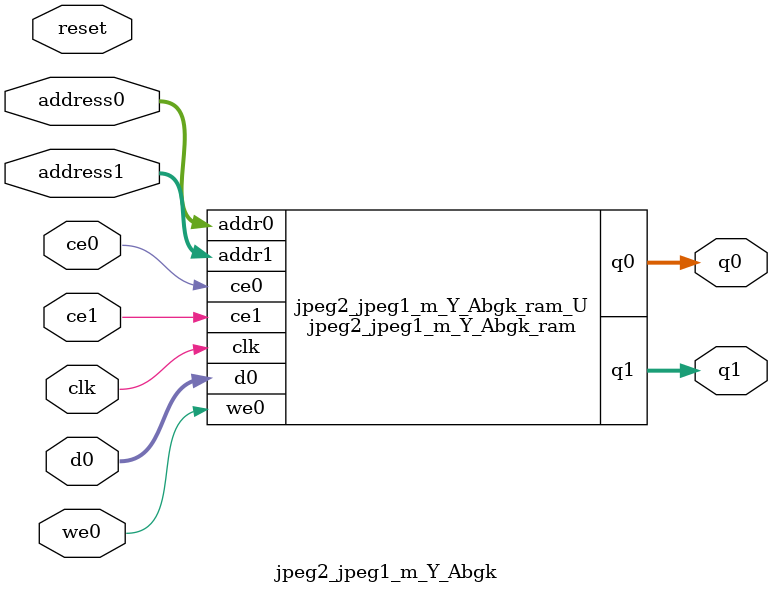
<source format=v>
`timescale 1 ns / 1 ps
module jpeg2_jpeg1_m_Y_Abgk_ram (addr0, ce0, d0, we0, q0, addr1, ce1, q1,  clk);

parameter DWIDTH = 16;
parameter AWIDTH = 8;
parameter MEM_SIZE = 256;

input[AWIDTH-1:0] addr0;
input ce0;
input[DWIDTH-1:0] d0;
input we0;
output reg[DWIDTH-1:0] q0;
input[AWIDTH-1:0] addr1;
input ce1;
output reg[DWIDTH-1:0] q1;
input clk;

(* ram_style = "block" *)reg [DWIDTH-1:0] ram[0:MEM_SIZE-1];




always @(posedge clk)  
begin 
    if (ce0) 
    begin
        if (we0) 
        begin 
            ram[addr0] <= d0; 
        end 
        q0 <= ram[addr0];
    end
end


always @(posedge clk)  
begin 
    if (ce1) 
    begin
        q1 <= ram[addr1];
    end
end


endmodule

`timescale 1 ns / 1 ps
module jpeg2_jpeg1_m_Y_Abgk(
    reset,
    clk,
    address0,
    ce0,
    we0,
    d0,
    q0,
    address1,
    ce1,
    q1);

parameter DataWidth = 32'd16;
parameter AddressRange = 32'd256;
parameter AddressWidth = 32'd8;
input reset;
input clk;
input[AddressWidth - 1:0] address0;
input ce0;
input we0;
input[DataWidth - 1:0] d0;
output[DataWidth - 1:0] q0;
input[AddressWidth - 1:0] address1;
input ce1;
output[DataWidth - 1:0] q1;



jpeg2_jpeg1_m_Y_Abgk_ram jpeg2_jpeg1_m_Y_Abgk_ram_U(
    .clk( clk ),
    .addr0( address0 ),
    .ce0( ce0 ),
    .we0( we0 ),
    .d0( d0 ),
    .q0( q0 ),
    .addr1( address1 ),
    .ce1( ce1 ),
    .q1( q1 ));

endmodule


</source>
